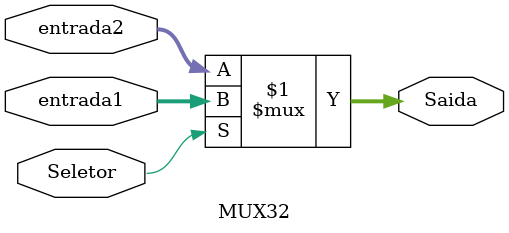
<source format=v>
module MUX32 (entrada1,entrada2,Seletor,Saida);

    //Declaração das entradas de 32 bits
    input wire [31:0] entrada1, entrada2;
    input wire Seletor; //sinal seletor
    output [31:0] Saida; // saida 32-bit
    assign Saida = Seletor ? entrada1 : entrada2;
endmodule
</source>
